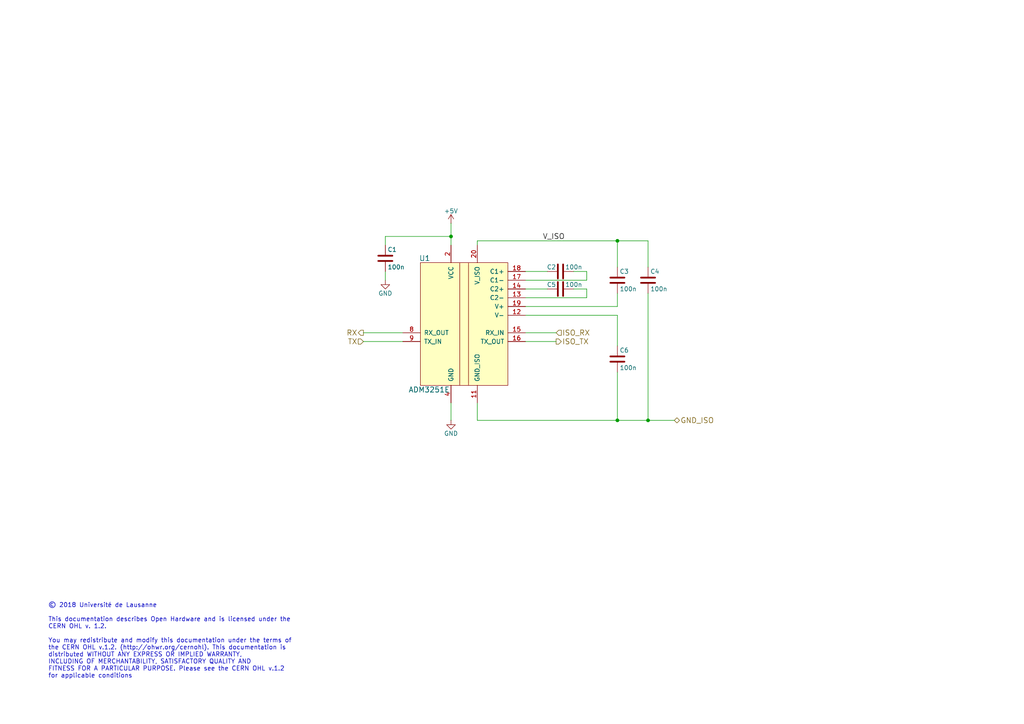
<source format=kicad_sch>
(kicad_sch (version 20231120) (generator "eeschema") (generator_version "8.0")
  (paper "A4")
  (title_block (title "RS232 Isolator") (date "06/11/2018") (rev "A") (company "Université de Lausanne") (comment 1 "Author: Alexandre Tuleu") (comment 2 "Licensed under the CERN OHL v1.2"))
  (lib_symbols
    (symbol "Device:C" (pin_numbers hide) (pin_names (offset 0.254))
      (property "Reference" "C" (at 0.635 2.54 0))
      (property "Value" "C" (at 0.635 -2.54 0))
      (symbol "C_0_1"
        (polyline (pts (xy -2.032 -0.762) (xy 2.032 -0.762)) (stroke (width 0.508)))
        (polyline (pts (xy -2.032 0.762) (xy 2.032 0.762)) (stroke (width 0.508)))
      )
      (symbol "C_1_1"
        (pin passive line (at 0 3.81 270) (length 2.794) (name "~") (number "1"))
        (pin passive line (at 0 -3.81 90) (length 2.794) (name "~") (number "2"))
      )
    )
    (symbol "fort:ADM3251E" (pin_names (offset 1.016))
      (property "Reference" "U" (at -11.43 19.05 0))
      (property "Value" "ADM3251E" (at -10.16 -19.05 0))
      (symbol "ADM3251E_0_1"
        (rectangle (start -12.7 17.78) (end 12.7 -17.78) (fill (type background)))
        (polyline (pts (xy -1.27 17.78) (xy -1.27 -17.78)))
        (polyline (pts (xy 1.27 17.78) (xy 1.27 -17.78)))
      )
      (symbol "ADM3251E_1_1"
        (pin no_connect line (at -17.78 7.62 0) (length 5.08) hide (name "NC") (number "1"))
        (pin passive line (at -3.81 -22.86 90) (length 5.08) hide (name "GND") (number "10"))
        (pin power_in line (at 3.81 -22.86 90) (length 5.08) (name "GND_ISO") (number "11"))
        (pin passive line (at 17.78 2.54 180) (length 5.08) (name "V-") (number "12"))
        (pin passive line (at 17.78 7.62 180) (length 5.08) (name "C2-") (number "13"))
        (pin passive line (at 17.78 10.16 180) (length 5.08) (name "C2+") (number "14"))
        (pin input line (at 17.78 -2.54 180) (length 5.08) (name "RX_IN") (number "15"))
        (pin input line (at 17.78 -5.08 180) (length 5.08) (name "TX_OUT") (number "16"))
        (pin passive line (at 17.78 12.7 180) (length 5.08) (name "C1-") (number "17"))
        (pin passive line (at 17.78 15.24 180) (length 5.08) (name "C1+") (number "18"))
        (pin passive line (at 17.78 5.08 180) (length 5.08) (name "V+") (number "19"))
        (pin power_in line (at -3.81 22.86 270) (length 5.08) (name "VCC") (number "2"))
        (pin power_in line (at 3.81 22.86 270) (length 5.08) (name "V_ISO") (number "20"))
        (pin passive line (at -3.81 22.86 270) (length 5.08) hide (name "VCC") (number "3"))
        (pin power_in line (at -3.81 -22.86 90) (length 5.08) (name "GND") (number "4"))
        (pin passive line (at -3.81 -22.86 90) (length 5.08) hide (name "GND") (number "5"))
        (pin passive line (at -3.81 -22.86 90) (length 5.08) hide (name "GND") (number "6"))
        (pin passive line (at -3.81 -22.86 90) (length 5.08) hide (name "GND") (number "7"))
        (pin input line (at -17.78 -2.54 0) (length 5.08) (name "RX_OUT") (number "8"))
        (pin input line (at -17.78 -5.08 0) (length 5.08) (name "TX_IN") (number "9"))
      )
    )
    (symbol "power:+5V" (power) (pin_numbers hide) (pin_names (offset 0) hide)
      (property "Value" "+5V" (at 0 3.556 0))
      (symbol "+5V_0_1"
        (polyline (pts (xy -0.762 1.27) (xy 0 2.54)))
        (polyline (pts (xy 0 0) (xy 0 2.54)))
        (polyline (pts (xy 0 2.54) (xy 0.762 1.27)))
      )
      (symbol "+5V_1_1"
        (pin power_in line (at 0 0 90) (length 0) (name "~") (number "1"))
      )
    )
    (symbol "power:GND" (power) (pin_numbers hide) (pin_names (offset 0) hide)
      (property "Value" "GND" (at 0 -3.81 0))
      (symbol "GND_0_1"
        (polyline (pts (xy 0 0) (xy 0 -1.27) (xy 1.27 -1.27) (xy 0 -2.54) (xy -1.27 -1.27) (xy 0 -1.27)))
      )
      (symbol "GND_1_1"
        (pin power_in line (at 0 0 270) (length 0) (name "~") (number "1"))
      )
    )
  )
  (junction (at 179.07 69.85))
  (junction (at 130.81 68.58))
  (junction (at 179.07 121.92))
  (junction (at 187.96 121.92))
  (wire (pts (xy 170.18 81.28) (xy 170.18 78.74)))
  (wire (pts (xy 138.43 69.85) (xy 179.07 69.85)))
  (wire (pts (xy 111.76 71.12) (xy 111.76 68.58)))
  (wire (pts (xy 170.18 83.82) (xy 166.37 83.82)))
  (wire (pts (xy 111.76 81.28) (xy 111.76 78.74)))
  (wire (pts (xy 152.4 78.74) (xy 158.75 78.74)))
  (wire (pts (xy 152.4 99.06) (xy 161.29 99.06)))
  (wire (pts (xy 138.43 121.92) (xy 179.07 121.92)))
  (wire (pts (xy 179.07 69.85) (xy 179.07 77.47)))
  (wire (pts (xy 152.4 91.44) (xy 179.07 91.44)))
  (wire (pts (xy 187.96 85.09) (xy 187.96 121.92)))
  (wire (pts (xy 179.07 91.44) (xy 179.07 100.33)))
  (wire (pts (xy 152.4 86.36) (xy 170.18 86.36)))
  (wire (pts (xy 130.81 121.92) (xy 130.81 116.84)))
  (wire (pts (xy 179.07 107.95) (xy 179.07 121.92)))
  (wire (pts (xy 179.07 69.85) (xy 187.96 69.85)))
  (wire (pts (xy 130.81 68.58) (xy 130.81 71.12)))
  (wire (pts (xy 138.43 121.92) (xy 138.43 116.84)))
  (wire (pts (xy 179.07 121.92) (xy 187.96 121.92)))
  (wire (pts (xy 138.43 71.12) (xy 138.43 69.85)))
  (wire (pts (xy 152.4 81.28) (xy 170.18 81.28)))
  (wire (pts (xy 187.96 69.85) (xy 187.96 77.47)))
  (wire (pts (xy 130.81 64.77) (xy 130.81 68.58)))
  (wire (pts (xy 152.4 96.52) (xy 161.29 96.52)))
  (wire (pts (xy 105.41 96.52) (xy 116.84 96.52)))
  (wire (pts (xy 170.18 78.74) (xy 166.37 78.74)))
  (wire (pts (xy 152.4 88.9) (xy 179.07 88.9)))
  (wire (pts (xy 105.41 99.06) (xy 116.84 99.06)))
  (wire (pts (xy 187.96 121.92) (xy 195.58 121.92)))
  (wire (pts (xy 179.07 88.9) (xy 179.07 85.09)))
  (wire (pts (xy 152.4 83.82) (xy 158.75 83.82)))
  (wire (pts (xy 111.76 68.58) (xy 130.81 68.58)))
  (wire (pts (xy 170.18 86.36) (xy 170.18 83.82)))
  (text "© 2018 Université de Lausanne\n\nThis documentation describes Open Hardware and is licensed under the\nCERN OHL v. 1.2.\n\nYou may redistribute and modify this documentation under the terms of\nthe CERN OHL v.1.2. (http://ohwr.org/cernohl). This documentation is\ndistributed WITHOUT ANY EXPRESS OR IMPLIED WARRANTY,\nINCLUDING OF MERCHANTABILITY, SATISFACTORY QUALITY AND\nFITNESS FOR A PARTICULAR PURPOSE. Please see the CERN OHL v.1.2\nfor applicable conditions" (at 13.97 196.85 0) (effects (font (size 1.27 1.27)) (justify left bottom)))
  (label "V_ISO" (at 163.83 69.85 180) (effects (font (size 1.524 1.524))))
  (hierarchical_label "GND_ISO" (shape bidirectional) (at 195.58 121.92 0) (effects (font (size 1.524 1.524))))
  (hierarchical_label "TX" (shape input) (at 105.41 99.06 180) (effects (font (size 1.524 1.524))))
  (hierarchical_label "ISO_RX" (shape input) (at 161.29 96.52 0) (effects (font (size 1.524 1.524))))
  (hierarchical_label "ISO_TX" (shape output) (at 161.29 99.06 0) (effects (font (size 1.524 1.524))))
  (hierarchical_label "RX" (shape output) (at 105.41 96.52 180) (effects (font (size 1.524 1.524))))
  (symbol (lib_id "fort:ADM3251E") (at 134.62 93.98 0) (unit 1)
    (property "Reference" "U1" (at 123.19 74.93 0) (effects (font (size 1.524 1.524))))
    (property "Value" "ADM3251E" (at 124.46 113.03 0) (effects (font (size 1.524 1.524))))
    (property "Footprint" "Package_SO:SOIC-20W_7.5x12.8mm_P1.27mm" (effects (hide yes)))
    (property "Description" "ADM3251E" (effects (hide yes)))
    (property "MPN" "ADM3251E" (effects (hide yes)))
  )
  (symbol (lib_id "power:GND") (at 130.81 121.92 0) (unit 1)
    (property "Reference" "#PWR05" (effects (hide yes)))
    (property "Value" "GND" (at 130.81 125.73 0))
    (property "Description" "Power symbol creates a global label with name \"GND\" , ground" (effects (hide yes)))
  )
  (symbol (lib_id "Device:C") (at 111.76 74.93 0) (unit 1)
    (property "Reference" "C1" (at 112.395 72.39 0) (effects (justify left)))
    (property "Value" "100n" (at 112.395 77.47 0) (effects (justify left)))
    (property "Footprint" "Capacitor_SMD:C_0603_1608Metric" (effects (hide yes)))
    (property "Description" "GPC0603104" (effects (hide yes)))
    (property "MPN" "GPC0603104" (effects (hide yes)))
  )
  (symbol (lib_id "power:GND") (at 111.76 81.28 0) (unit 1)
    (property "Reference" "#PWR06" (effects (hide yes)))
    (property "Value" "GND" (at 111.76 85.09 0))
    (property "Description" "Power symbol creates a global label with name \"GND\" , ground" (effects (hide yes)))
  )
  (symbol (lib_id "Device:C") (at 162.56 78.74 90) (unit 1)
    (property "Reference" "C2" (at 161.29 77.47 90) (effects (justify left)))
    (property "Value" "100n" (at 168.91 77.47 90) (effects (justify left)))
    (property "Footprint" "Capacitor_SMD:C_0603_1608Metric" (effects (hide yes)))
    (property "Description" "GPC0603104" (effects (hide yes)))
    (property "MPN" "GPC0603104" (effects (hide yes)))
  )
  (symbol (lib_id "Device:C") (at 162.56 83.82 90) (unit 1)
    (property "Reference" "C5" (at 161.29 82.55 90) (effects (justify left)))
    (property "Value" "100n" (at 168.91 82.55 90) (effects (justify left)))
    (property "Footprint" "Capacitor_SMD:C_0603_1608Metric" (effects (hide yes)))
    (property "Description" "GPC0603104" (effects (hide yes)))
    (property "MPN" "GPC0603104" (effects (hide yes)))
  )
  (symbol (lib_id "Device:C") (at 179.07 81.28 0) (unit 1)
    (property "Reference" "C3" (at 179.705 78.74 0) (effects (justify left)))
    (property "Value" "100n" (at 179.705 83.82 0) (effects (justify left)))
    (property "Footprint" "Capacitor_SMD:C_0603_1608Metric" (effects (hide yes)))
    (property "Description" "GPC0603104" (effects (hide yes)))
    (property "MPN" "GPC0603104" (effects (hide yes)))
  )
  (symbol (lib_id "Device:C") (at 187.96 81.28 0) (unit 1)
    (property "Reference" "C4" (at 188.595 78.74 0) (effects (justify left)))
    (property "Value" "100n" (at 188.595 83.82 0) (effects (justify left)))
    (property "Footprint" "Capacitor_SMD:C_0603_1608Metric" (effects (hide yes)))
    (property "Description" "GPC0603104" (effects (hide yes)))
    (property "MPN" "GPC0603104" (effects (hide yes)))
  )
  (symbol (lib_id "Device:C") (at 179.07 104.14 0) (unit 1)
    (property "Reference" "C6" (at 179.705 101.6 0) (effects (justify left)))
    (property "Value" "100n" (at 179.705 106.68 0) (effects (justify left)))
    (property "Footprint" "Capacitor_SMD:C_0603_1608Metric" (effects (hide yes)))
    (property "Description" "GPC0603104" (effects (hide yes)))
    (property "MPN" "GPC0603104" (effects (hide yes)))
  )
  (symbol (lib_id "power:+5V") (at 130.81 64.77 0) (unit 1)
    (property "Reference" "#PWR07" (effects (hide yes)))
    (property "Value" "+5V" (at 130.81 61.214 0))
  )
)
</source>
